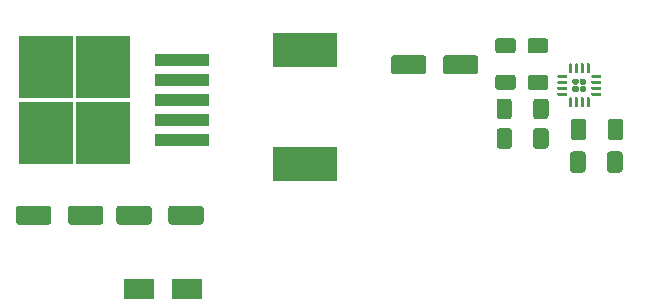
<source format=gbr>
%TF.GenerationSoftware,KiCad,Pcbnew,(5.1.10)-1*%
%TF.CreationDate,2023-05-28T19:46:44+02:00*%
%TF.ProjectId,Disney_door_opener,4469736e-6579-45f6-946f-6f725f6f7065,rev?*%
%TF.SameCoordinates,Original*%
%TF.FileFunction,Paste,Top*%
%TF.FilePolarity,Positive*%
%FSLAX46Y46*%
G04 Gerber Fmt 4.6, Leading zero omitted, Abs format (unit mm)*
G04 Created by KiCad (PCBNEW (5.1.10)-1) date 2023-05-28 19:46:44*
%MOMM*%
%LPD*%
G01*
G04 APERTURE LIST*
%ADD10R,2.500000X1.800000*%
%ADD11R,5.400000X2.900000*%
%ADD12R,4.600000X1.100000*%
%ADD13R,4.550000X5.250000*%
G04 APERTURE END LIST*
%TO.C,C6*%
G36*
G01*
X179662500Y-28099999D02*
X179662500Y-29400001D01*
G75*
G02*
X179412501Y-29650000I-249999J0D01*
G01*
X178587499Y-29650000D01*
G75*
G02*
X178337500Y-29400001I0J249999D01*
G01*
X178337500Y-28099999D01*
G75*
G02*
X178587499Y-27850000I249999J0D01*
G01*
X179412501Y-27850000D01*
G75*
G02*
X179662500Y-28099999I0J-249999D01*
G01*
G37*
G36*
G01*
X176537500Y-28099999D02*
X176537500Y-29400001D01*
G75*
G02*
X176287501Y-29650000I-249999J0D01*
G01*
X175462499Y-29650000D01*
G75*
G02*
X175212500Y-29400001I0J249999D01*
G01*
X175212500Y-28099999D01*
G75*
G02*
X175462499Y-27850000I249999J0D01*
G01*
X176287501Y-27850000D01*
G75*
G02*
X176537500Y-28099999I0J-249999D01*
G01*
G37*
%TD*%
%TO.C,C1*%
G36*
G01*
X131300000Y-32700000D02*
X131300000Y-33800000D01*
G75*
G02*
X131050000Y-34050000I-250000J0D01*
G01*
X128550000Y-34050000D01*
G75*
G02*
X128300000Y-33800000I0J250000D01*
G01*
X128300000Y-32700000D01*
G75*
G02*
X128550000Y-32450000I250000J0D01*
G01*
X131050000Y-32450000D01*
G75*
G02*
X131300000Y-32700000I0J-250000D01*
G01*
G37*
G36*
G01*
X135700000Y-32700000D02*
X135700000Y-33800000D01*
G75*
G02*
X135450000Y-34050000I-250000J0D01*
G01*
X132950000Y-34050000D01*
G75*
G02*
X132700000Y-33800000I0J250000D01*
G01*
X132700000Y-32700000D01*
G75*
G02*
X132950000Y-32450000I250000J0D01*
G01*
X135450000Y-32450000D01*
G75*
G02*
X135700000Y-32700000I0J-250000D01*
G01*
G37*
%TD*%
%TO.C,C4*%
G36*
G01*
X144200000Y-32700000D02*
X144200000Y-33800000D01*
G75*
G02*
X143950000Y-34050000I-250000J0D01*
G01*
X141450000Y-34050000D01*
G75*
G02*
X141200000Y-33800000I0J250000D01*
G01*
X141200000Y-32700000D01*
G75*
G02*
X141450000Y-32450000I250000J0D01*
G01*
X143950000Y-32450000D01*
G75*
G02*
X144200000Y-32700000I0J-250000D01*
G01*
G37*
G36*
G01*
X139800000Y-32700000D02*
X139800000Y-33800000D01*
G75*
G02*
X139550000Y-34050000I-250000J0D01*
G01*
X137050000Y-34050000D01*
G75*
G02*
X136800000Y-33800000I0J250000D01*
G01*
X136800000Y-32700000D01*
G75*
G02*
X137050000Y-32450000I250000J0D01*
G01*
X139550000Y-32450000D01*
G75*
G02*
X139800000Y-32700000I0J-250000D01*
G01*
G37*
%TD*%
%TO.C,C5*%
G36*
G01*
X160050000Y-21050000D02*
X160050000Y-19950000D01*
G75*
G02*
X160300000Y-19700000I250000J0D01*
G01*
X162800000Y-19700000D01*
G75*
G02*
X163050000Y-19950000I0J-250000D01*
G01*
X163050000Y-21050000D01*
G75*
G02*
X162800000Y-21300000I-250000J0D01*
G01*
X160300000Y-21300000D01*
G75*
G02*
X160050000Y-21050000I0J250000D01*
G01*
G37*
G36*
G01*
X164450000Y-21050000D02*
X164450000Y-19950000D01*
G75*
G02*
X164700000Y-19700000I250000J0D01*
G01*
X167200000Y-19700000D01*
G75*
G02*
X167450000Y-19950000I0J-250000D01*
G01*
X167450000Y-21050000D01*
G75*
G02*
X167200000Y-21300000I-250000J0D01*
G01*
X164700000Y-21300000D01*
G75*
G02*
X164450000Y-21050000I0J250000D01*
G01*
G37*
%TD*%
D10*
%TO.C,D2*%
X142750000Y-39500000D03*
X138750000Y-39500000D03*
%TD*%
D11*
%TO.C,L1*%
X152750000Y-28950000D03*
X152750000Y-19250000D03*
%TD*%
D12*
%TO.C,U1*%
X142400000Y-26900000D03*
X142400000Y-25200000D03*
X142400000Y-23500000D03*
X142400000Y-21800000D03*
X142400000Y-20100000D03*
D13*
X130825000Y-20725000D03*
X135675000Y-26275000D03*
X130825000Y-26275000D03*
X135675000Y-20725000D03*
%TD*%
%TO.C,C7*%
G36*
G01*
X176600000Y-25349999D02*
X176600000Y-26650001D01*
G75*
G02*
X176350001Y-26900000I-249999J0D01*
G01*
X175524999Y-26900000D01*
G75*
G02*
X175275000Y-26650001I0J249999D01*
G01*
X175275000Y-25349999D01*
G75*
G02*
X175524999Y-25100000I249999J0D01*
G01*
X176350001Y-25100000D01*
G75*
G02*
X176600000Y-25349999I0J-249999D01*
G01*
G37*
G36*
G01*
X179725000Y-25349999D02*
X179725000Y-26650001D01*
G75*
G02*
X179475001Y-26900000I-249999J0D01*
G01*
X178649999Y-26900000D01*
G75*
G02*
X178400000Y-26650001I0J249999D01*
G01*
X178400000Y-25349999D01*
G75*
G02*
X178649999Y-25100000I249999J0D01*
G01*
X179475001Y-25100000D01*
G75*
G02*
X179725000Y-25349999I0J-249999D01*
G01*
G37*
%TD*%
%TO.C,U3*%
G36*
G01*
X174150000Y-21562500D02*
X174150000Y-21437500D01*
G75*
G02*
X174212500Y-21375000I62500J0D01*
G01*
X174912500Y-21375000D01*
G75*
G02*
X174975000Y-21437500I0J-62500D01*
G01*
X174975000Y-21562500D01*
G75*
G02*
X174912500Y-21625000I-62500J0D01*
G01*
X174212500Y-21625000D01*
G75*
G02*
X174150000Y-21562500I0J62500D01*
G01*
G37*
G36*
G01*
X174150000Y-22062500D02*
X174150000Y-21937500D01*
G75*
G02*
X174212500Y-21875000I62500J0D01*
G01*
X174912500Y-21875000D01*
G75*
G02*
X174975000Y-21937500I0J-62500D01*
G01*
X174975000Y-22062500D01*
G75*
G02*
X174912500Y-22125000I-62500J0D01*
G01*
X174212500Y-22125000D01*
G75*
G02*
X174150000Y-22062500I0J62500D01*
G01*
G37*
G36*
G01*
X174150000Y-22562500D02*
X174150000Y-22437500D01*
G75*
G02*
X174212500Y-22375000I62500J0D01*
G01*
X174912500Y-22375000D01*
G75*
G02*
X174975000Y-22437500I0J-62500D01*
G01*
X174975000Y-22562500D01*
G75*
G02*
X174912500Y-22625000I-62500J0D01*
G01*
X174212500Y-22625000D01*
G75*
G02*
X174150000Y-22562500I0J62500D01*
G01*
G37*
G36*
G01*
X174150000Y-23062500D02*
X174150000Y-22937500D01*
G75*
G02*
X174212500Y-22875000I62500J0D01*
G01*
X174912500Y-22875000D01*
G75*
G02*
X174975000Y-22937500I0J-62500D01*
G01*
X174975000Y-23062500D01*
G75*
G02*
X174912500Y-23125000I-62500J0D01*
G01*
X174212500Y-23125000D01*
G75*
G02*
X174150000Y-23062500I0J62500D01*
G01*
G37*
G36*
G01*
X175125000Y-24037500D02*
X175125000Y-23337500D01*
G75*
G02*
X175187500Y-23275000I62500J0D01*
G01*
X175312500Y-23275000D01*
G75*
G02*
X175375000Y-23337500I0J-62500D01*
G01*
X175375000Y-24037500D01*
G75*
G02*
X175312500Y-24100000I-62500J0D01*
G01*
X175187500Y-24100000D01*
G75*
G02*
X175125000Y-24037500I0J62500D01*
G01*
G37*
G36*
G01*
X175625000Y-24037500D02*
X175625000Y-23337500D01*
G75*
G02*
X175687500Y-23275000I62500J0D01*
G01*
X175812500Y-23275000D01*
G75*
G02*
X175875000Y-23337500I0J-62500D01*
G01*
X175875000Y-24037500D01*
G75*
G02*
X175812500Y-24100000I-62500J0D01*
G01*
X175687500Y-24100000D01*
G75*
G02*
X175625000Y-24037500I0J62500D01*
G01*
G37*
G36*
G01*
X176125000Y-24037500D02*
X176125000Y-23337500D01*
G75*
G02*
X176187500Y-23275000I62500J0D01*
G01*
X176312500Y-23275000D01*
G75*
G02*
X176375000Y-23337500I0J-62500D01*
G01*
X176375000Y-24037500D01*
G75*
G02*
X176312500Y-24100000I-62500J0D01*
G01*
X176187500Y-24100000D01*
G75*
G02*
X176125000Y-24037500I0J62500D01*
G01*
G37*
G36*
G01*
X176625000Y-24037500D02*
X176625000Y-23337500D01*
G75*
G02*
X176687500Y-23275000I62500J0D01*
G01*
X176812500Y-23275000D01*
G75*
G02*
X176875000Y-23337500I0J-62500D01*
G01*
X176875000Y-24037500D01*
G75*
G02*
X176812500Y-24100000I-62500J0D01*
G01*
X176687500Y-24100000D01*
G75*
G02*
X176625000Y-24037500I0J62500D01*
G01*
G37*
G36*
G01*
X177025000Y-23062500D02*
X177025000Y-22937500D01*
G75*
G02*
X177087500Y-22875000I62500J0D01*
G01*
X177787500Y-22875000D01*
G75*
G02*
X177850000Y-22937500I0J-62500D01*
G01*
X177850000Y-23062500D01*
G75*
G02*
X177787500Y-23125000I-62500J0D01*
G01*
X177087500Y-23125000D01*
G75*
G02*
X177025000Y-23062500I0J62500D01*
G01*
G37*
G36*
G01*
X177025000Y-22562500D02*
X177025000Y-22437500D01*
G75*
G02*
X177087500Y-22375000I62500J0D01*
G01*
X177787500Y-22375000D01*
G75*
G02*
X177850000Y-22437500I0J-62500D01*
G01*
X177850000Y-22562500D01*
G75*
G02*
X177787500Y-22625000I-62500J0D01*
G01*
X177087500Y-22625000D01*
G75*
G02*
X177025000Y-22562500I0J62500D01*
G01*
G37*
G36*
G01*
X177025000Y-22062500D02*
X177025000Y-21937500D01*
G75*
G02*
X177087500Y-21875000I62500J0D01*
G01*
X177787500Y-21875000D01*
G75*
G02*
X177850000Y-21937500I0J-62500D01*
G01*
X177850000Y-22062500D01*
G75*
G02*
X177787500Y-22125000I-62500J0D01*
G01*
X177087500Y-22125000D01*
G75*
G02*
X177025000Y-22062500I0J62500D01*
G01*
G37*
G36*
G01*
X177025000Y-21562500D02*
X177025000Y-21437500D01*
G75*
G02*
X177087500Y-21375000I62500J0D01*
G01*
X177787500Y-21375000D01*
G75*
G02*
X177850000Y-21437500I0J-62500D01*
G01*
X177850000Y-21562500D01*
G75*
G02*
X177787500Y-21625000I-62500J0D01*
G01*
X177087500Y-21625000D01*
G75*
G02*
X177025000Y-21562500I0J62500D01*
G01*
G37*
G36*
G01*
X176625000Y-21162500D02*
X176625000Y-20462500D01*
G75*
G02*
X176687500Y-20400000I62500J0D01*
G01*
X176812500Y-20400000D01*
G75*
G02*
X176875000Y-20462500I0J-62500D01*
G01*
X176875000Y-21162500D01*
G75*
G02*
X176812500Y-21225000I-62500J0D01*
G01*
X176687500Y-21225000D01*
G75*
G02*
X176625000Y-21162500I0J62500D01*
G01*
G37*
G36*
G01*
X176125000Y-21162500D02*
X176125000Y-20462500D01*
G75*
G02*
X176187500Y-20400000I62500J0D01*
G01*
X176312500Y-20400000D01*
G75*
G02*
X176375000Y-20462500I0J-62500D01*
G01*
X176375000Y-21162500D01*
G75*
G02*
X176312500Y-21225000I-62500J0D01*
G01*
X176187500Y-21225000D01*
G75*
G02*
X176125000Y-21162500I0J62500D01*
G01*
G37*
G36*
G01*
X175625000Y-21162500D02*
X175625000Y-20462500D01*
G75*
G02*
X175687500Y-20400000I62500J0D01*
G01*
X175812500Y-20400000D01*
G75*
G02*
X175875000Y-20462500I0J-62500D01*
G01*
X175875000Y-21162500D01*
G75*
G02*
X175812500Y-21225000I-62500J0D01*
G01*
X175687500Y-21225000D01*
G75*
G02*
X175625000Y-21162500I0J62500D01*
G01*
G37*
G36*
G01*
X175125000Y-21162500D02*
X175125000Y-20462500D01*
G75*
G02*
X175187500Y-20400000I62500J0D01*
G01*
X175312500Y-20400000D01*
G75*
G02*
X175375000Y-20462500I0J-62500D01*
G01*
X175375000Y-21162500D01*
G75*
G02*
X175312500Y-21225000I-62500J0D01*
G01*
X175187500Y-21225000D01*
G75*
G02*
X175125000Y-21162500I0J62500D01*
G01*
G37*
G36*
G01*
X175425000Y-22072500D02*
X175425000Y-21807500D01*
G75*
G02*
X175557500Y-21675000I132500J0D01*
G01*
X175822500Y-21675000D01*
G75*
G02*
X175955000Y-21807500I0J-132500D01*
G01*
X175955000Y-22072500D01*
G75*
G02*
X175822500Y-22205000I-132500J0D01*
G01*
X175557500Y-22205000D01*
G75*
G02*
X175425000Y-22072500I0J132500D01*
G01*
G37*
G36*
G01*
X175425000Y-22692500D02*
X175425000Y-22427500D01*
G75*
G02*
X175557500Y-22295000I132500J0D01*
G01*
X175822500Y-22295000D01*
G75*
G02*
X175955000Y-22427500I0J-132500D01*
G01*
X175955000Y-22692500D01*
G75*
G02*
X175822500Y-22825000I-132500J0D01*
G01*
X175557500Y-22825000D01*
G75*
G02*
X175425000Y-22692500I0J132500D01*
G01*
G37*
G36*
G01*
X176045000Y-22072500D02*
X176045000Y-21807500D01*
G75*
G02*
X176177500Y-21675000I132500J0D01*
G01*
X176442500Y-21675000D01*
G75*
G02*
X176575000Y-21807500I0J-132500D01*
G01*
X176575000Y-22072500D01*
G75*
G02*
X176442500Y-22205000I-132500J0D01*
G01*
X176177500Y-22205000D01*
G75*
G02*
X176045000Y-22072500I0J132500D01*
G01*
G37*
G36*
G01*
X176045000Y-22692500D02*
X176045000Y-22427500D01*
G75*
G02*
X176177500Y-22295000I132500J0D01*
G01*
X176442500Y-22295000D01*
G75*
G02*
X176575000Y-22427500I0J-132500D01*
G01*
X176575000Y-22692500D01*
G75*
G02*
X176442500Y-22825000I-132500J0D01*
G01*
X176177500Y-22825000D01*
G75*
G02*
X176045000Y-22692500I0J132500D01*
G01*
G37*
%TD*%
%TO.C,R1*%
G36*
G01*
X171875000Y-18250000D02*
X173125000Y-18250000D01*
G75*
G02*
X173375000Y-18500000I0J-250000D01*
G01*
X173375000Y-19300000D01*
G75*
G02*
X173125000Y-19550000I-250000J0D01*
G01*
X171875000Y-19550000D01*
G75*
G02*
X171625000Y-19300000I0J250000D01*
G01*
X171625000Y-18500000D01*
G75*
G02*
X171875000Y-18250000I250000J0D01*
G01*
G37*
G36*
G01*
X171875000Y-21350000D02*
X173125000Y-21350000D01*
G75*
G02*
X173375000Y-21600000I0J-250000D01*
G01*
X173375000Y-22400000D01*
G75*
G02*
X173125000Y-22650000I-250000J0D01*
G01*
X171875000Y-22650000D01*
G75*
G02*
X171625000Y-22400000I0J250000D01*
G01*
X171625000Y-21600000D01*
G75*
G02*
X171875000Y-21350000I250000J0D01*
G01*
G37*
%TD*%
%TO.C,R2*%
G36*
G01*
X169125000Y-21350000D02*
X170375000Y-21350000D01*
G75*
G02*
X170625000Y-21600000I0J-250000D01*
G01*
X170625000Y-22400000D01*
G75*
G02*
X170375000Y-22650000I-250000J0D01*
G01*
X169125000Y-22650000D01*
G75*
G02*
X168875000Y-22400000I0J250000D01*
G01*
X168875000Y-21600000D01*
G75*
G02*
X169125000Y-21350000I250000J0D01*
G01*
G37*
G36*
G01*
X169125000Y-18250000D02*
X170375000Y-18250000D01*
G75*
G02*
X170625000Y-18500000I0J-250000D01*
G01*
X170625000Y-19300000D01*
G75*
G02*
X170375000Y-19550000I-250000J0D01*
G01*
X169125000Y-19550000D01*
G75*
G02*
X168875000Y-19300000I0J250000D01*
G01*
X168875000Y-18500000D01*
G75*
G02*
X169125000Y-18250000I250000J0D01*
G01*
G37*
%TD*%
%TO.C,R3*%
G36*
G01*
X169000000Y-27375000D02*
X169000000Y-26125000D01*
G75*
G02*
X169250000Y-25875000I250000J0D01*
G01*
X170050000Y-25875000D01*
G75*
G02*
X170300000Y-26125000I0J-250000D01*
G01*
X170300000Y-27375000D01*
G75*
G02*
X170050000Y-27625000I-250000J0D01*
G01*
X169250000Y-27625000D01*
G75*
G02*
X169000000Y-27375000I0J250000D01*
G01*
G37*
G36*
G01*
X172100000Y-27375000D02*
X172100000Y-26125000D01*
G75*
G02*
X172350000Y-25875000I250000J0D01*
G01*
X173150000Y-25875000D01*
G75*
G02*
X173400000Y-26125000I0J-250000D01*
G01*
X173400000Y-27375000D01*
G75*
G02*
X173150000Y-27625000I-250000J0D01*
G01*
X172350000Y-27625000D01*
G75*
G02*
X172100000Y-27375000I0J250000D01*
G01*
G37*
%TD*%
%TO.C,R4*%
G36*
G01*
X172100000Y-24875000D02*
X172100000Y-23625000D01*
G75*
G02*
X172350000Y-23375000I250000J0D01*
G01*
X173150000Y-23375000D01*
G75*
G02*
X173400000Y-23625000I0J-250000D01*
G01*
X173400000Y-24875000D01*
G75*
G02*
X173150000Y-25125000I-250000J0D01*
G01*
X172350000Y-25125000D01*
G75*
G02*
X172100000Y-24875000I0J250000D01*
G01*
G37*
G36*
G01*
X169000000Y-24875000D02*
X169000000Y-23625000D01*
G75*
G02*
X169250000Y-23375000I250000J0D01*
G01*
X170050000Y-23375000D01*
G75*
G02*
X170300000Y-23625000I0J-250000D01*
G01*
X170300000Y-24875000D01*
G75*
G02*
X170050000Y-25125000I-250000J0D01*
G01*
X169250000Y-25125000D01*
G75*
G02*
X169000000Y-24875000I0J250000D01*
G01*
G37*
%TD*%
M02*

</source>
